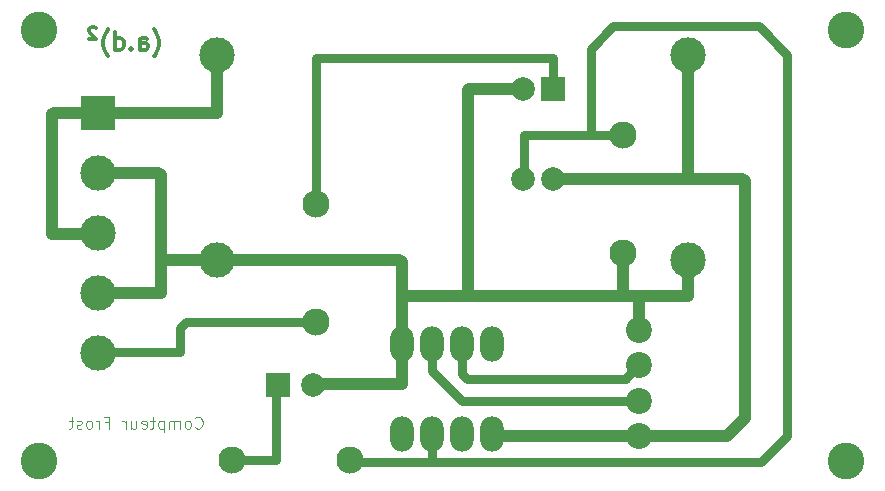
<source format=gbr>
%TF.GenerationSoftware,KiCad,Pcbnew,(5.1.8)-1*%
%TF.CreationDate,2022-05-10T07:33:37+02:00*%
%TF.ProjectId,Compteur_Frost_Attiny,436f6d70-7465-4757-925f-46726f73745f,rev?*%
%TF.SameCoordinates,PX6146580PY6146580*%
%TF.FileFunction,Copper,L2,Bot*%
%TF.FilePolarity,Positive*%
%FSLAX46Y46*%
G04 Gerber Fmt 4.6, Leading zero omitted, Abs format (unit mm)*
G04 Created by KiCad (PCBNEW (5.1.8)-1) date 2022-05-10 07:33:37*
%MOMM*%
%LPD*%
G01*
G04 APERTURE LIST*
%TA.AperFunction,NonConductor*%
%ADD10C,0.300000*%
%TD*%
%TA.AperFunction,NonConductor*%
%ADD11C,0.100000*%
%TD*%
%TA.AperFunction,ComponentPad*%
%ADD12R,2.000000X2.000000*%
%TD*%
%TA.AperFunction,ComponentPad*%
%ADD13C,2.000000*%
%TD*%
%TA.AperFunction,WasherPad*%
%ADD14C,3.100000*%
%TD*%
%TA.AperFunction,ComponentPad*%
%ADD15O,2.000000X3.000000*%
%TD*%
%TA.AperFunction,ComponentPad*%
%ADD16C,2.300000*%
%TD*%
%TA.AperFunction,ComponentPad*%
%ADD17C,2.200000*%
%TD*%
%TA.AperFunction,ComponentPad*%
%ADD18C,3.000000*%
%TD*%
%TA.AperFunction,ComponentPad*%
%ADD19R,3.000000X3.000000*%
%TD*%
%TA.AperFunction,Conductor*%
%ADD20C,0.800000*%
%TD*%
%TA.AperFunction,Conductor*%
%ADD21C,1.000000*%
%TD*%
G04 APERTURE END LIST*
D10*
X11900000Y37150000D02*
X11971428Y37221429D01*
X12114285Y37435715D01*
X12185714Y37578572D01*
X12257142Y37792858D01*
X12328571Y38150000D01*
X12328571Y38435715D01*
X12257142Y38792858D01*
X12185714Y39007143D01*
X12114285Y39150000D01*
X11971428Y39364286D01*
X11900000Y39435715D01*
X10685714Y37721429D02*
X10685714Y38507143D01*
X10757142Y38650000D01*
X10900000Y38721429D01*
X11185714Y38721429D01*
X11328571Y38650000D01*
X10685714Y37792858D02*
X10828571Y37721429D01*
X11185714Y37721429D01*
X11328571Y37792858D01*
X11400000Y37935715D01*
X11400000Y38078572D01*
X11328571Y38221429D01*
X11185714Y38292858D01*
X10828571Y38292858D01*
X10685714Y38364286D01*
X9971428Y37864286D02*
X9900000Y37792858D01*
X9971428Y37721429D01*
X10042857Y37792858D01*
X9971428Y37864286D01*
X9971428Y37721429D01*
X8614285Y37721429D02*
X8614285Y39221429D01*
X8614285Y37792858D02*
X8757142Y37721429D01*
X9042857Y37721429D01*
X9185714Y37792858D01*
X9257142Y37864286D01*
X9328571Y38007143D01*
X9328571Y38435715D01*
X9257142Y38578572D01*
X9185714Y38650000D01*
X9042857Y38721429D01*
X8757142Y38721429D01*
X8614285Y38650000D01*
X8042857Y37150000D02*
X7971428Y37221429D01*
X7828571Y37435715D01*
X7757142Y37578572D01*
X7685714Y37792858D01*
X7614285Y38150000D01*
X7614285Y38435715D01*
X7685714Y38792858D01*
X7757142Y39007143D01*
X7828571Y39150000D01*
X7971428Y39364286D01*
X8042857Y39435715D01*
X6971428Y39578572D02*
X6828571Y39650000D01*
X6614285Y39650000D01*
X6471428Y39578572D01*
X6400000Y39435715D01*
X6400000Y39292858D01*
X6471428Y39150000D01*
X6971428Y38650000D01*
X6400000Y38650000D01*
D11*
X15400000Y5742858D02*
X15447619Y5695239D01*
X15590476Y5647620D01*
X15685714Y5647620D01*
X15828571Y5695239D01*
X15923809Y5790477D01*
X15971428Y5885715D01*
X16019047Y6076191D01*
X16019047Y6219048D01*
X15971428Y6409524D01*
X15923809Y6504762D01*
X15828571Y6600000D01*
X15685714Y6647620D01*
X15590476Y6647620D01*
X15447619Y6600000D01*
X15400000Y6552381D01*
X14828571Y5647620D02*
X14923809Y5695239D01*
X14971428Y5742858D01*
X15019047Y5838096D01*
X15019047Y6123810D01*
X14971428Y6219048D01*
X14923809Y6266667D01*
X14828571Y6314286D01*
X14685714Y6314286D01*
X14590476Y6266667D01*
X14542857Y6219048D01*
X14495238Y6123810D01*
X14495238Y5838096D01*
X14542857Y5742858D01*
X14590476Y5695239D01*
X14685714Y5647620D01*
X14828571Y5647620D01*
X14066666Y5647620D02*
X14066666Y6314286D01*
X14066666Y6219048D02*
X14019047Y6266667D01*
X13923809Y6314286D01*
X13780952Y6314286D01*
X13685714Y6266667D01*
X13638095Y6171429D01*
X13638095Y5647620D01*
X13638095Y6171429D02*
X13590476Y6266667D01*
X13495238Y6314286D01*
X13352380Y6314286D01*
X13257142Y6266667D01*
X13209523Y6171429D01*
X13209523Y5647620D01*
X12733333Y6314286D02*
X12733333Y5314286D01*
X12733333Y6266667D02*
X12638095Y6314286D01*
X12447619Y6314286D01*
X12352380Y6266667D01*
X12304761Y6219048D01*
X12257142Y6123810D01*
X12257142Y5838096D01*
X12304761Y5742858D01*
X12352380Y5695239D01*
X12447619Y5647620D01*
X12638095Y5647620D01*
X12733333Y5695239D01*
X11971428Y6314286D02*
X11590476Y6314286D01*
X11828571Y6647620D02*
X11828571Y5790477D01*
X11780952Y5695239D01*
X11685714Y5647620D01*
X11590476Y5647620D01*
X10876190Y5695239D02*
X10971428Y5647620D01*
X11161904Y5647620D01*
X11257142Y5695239D01*
X11304761Y5790477D01*
X11304761Y6171429D01*
X11257142Y6266667D01*
X11161904Y6314286D01*
X10971428Y6314286D01*
X10876190Y6266667D01*
X10828571Y6171429D01*
X10828571Y6076191D01*
X11304761Y5980953D01*
X9971428Y6314286D02*
X9971428Y5647620D01*
X10400000Y6314286D02*
X10400000Y5790477D01*
X10352380Y5695239D01*
X10257142Y5647620D01*
X10114285Y5647620D01*
X10019047Y5695239D01*
X9971428Y5742858D01*
X9495238Y5647620D02*
X9495238Y6314286D01*
X9495238Y6123810D02*
X9447619Y6219048D01*
X9400000Y6266667D01*
X9304761Y6314286D01*
X9209523Y6314286D01*
X7780952Y6171429D02*
X8114285Y6171429D01*
X8114285Y5647620D02*
X8114285Y6647620D01*
X7638095Y6647620D01*
X7257142Y5647620D02*
X7257142Y6314286D01*
X7257142Y6123810D02*
X7209523Y6219048D01*
X7161904Y6266667D01*
X7066666Y6314286D01*
X6971428Y6314286D01*
X6495238Y5647620D02*
X6590476Y5695239D01*
X6638095Y5742858D01*
X6685714Y5838096D01*
X6685714Y6123810D01*
X6638095Y6219048D01*
X6590476Y6266667D01*
X6495238Y6314286D01*
X6352380Y6314286D01*
X6257142Y6266667D01*
X6209523Y6219048D01*
X6161904Y6123810D01*
X6161904Y5838096D01*
X6209523Y5742858D01*
X6257142Y5695239D01*
X6352380Y5647620D01*
X6495238Y5647620D01*
X5780952Y5695239D02*
X5685714Y5647620D01*
X5495238Y5647620D01*
X5400000Y5695239D01*
X5352380Y5790477D01*
X5352380Y5838096D01*
X5400000Y5933334D01*
X5495238Y5980953D01*
X5638095Y5980953D01*
X5733333Y6028572D01*
X5780952Y6123810D01*
X5780952Y6171429D01*
X5733333Y6266667D01*
X5638095Y6314286D01*
X5495238Y6314286D01*
X5400000Y6266667D01*
X5066666Y6314286D02*
X4685714Y6314286D01*
X4923809Y6647620D02*
X4923809Y5790477D01*
X4876190Y5695239D01*
X4780952Y5647620D01*
X4685714Y5647620D01*
D12*
%TO.P,D1,2*%
%TO.N,Net-(D1-Pad2)*%
X22400000Y9300000D03*
D13*
%TO.P,D1,1*%
%TO.N,GND*%
X25400000Y9300000D03*
%TD*%
D14*
%TO.P,E1,*%
%TO.N,*%
X70500000Y2900000D03*
X2200000Y2900000D03*
X2200000Y39400000D03*
X70500000Y39400000D03*
%TD*%
D15*
%TO.P,U103,1*%
%TO.N,N/C*%
X40510000Y12810000D03*
%TO.P,U103,2*%
%TO.N,TX*%
X37970000Y12810000D03*
%TO.P,U103,3*%
%TO.N,RX*%
X35430000Y12810000D03*
%TO.P,U103,4*%
%TO.N,GND*%
X32890000Y12810000D03*
%TO.P,U103,5*%
%TO.N,N/C*%
X32890000Y5190000D03*
%TO.P,U103,6*%
%TO.N,Net-(R2-Pad1)*%
X35430000Y5190000D03*
%TO.P,U103,7*%
%TO.N,N/C*%
X37970000Y5190000D03*
%TO.P,U103,8*%
%TO.N,+5V*%
X40510000Y5190000D03*
%TD*%
D16*
%TO.P,R3,1*%
%TO.N,Net-(R2-Pad1)*%
X28500000Y3000000D03*
%TO.P,R3,2*%
%TO.N,Net-(D1-Pad2)*%
X18500000Y3000000D03*
%TD*%
D17*
%TO.P,P104,1*%
%TO.N,+5V*%
X53000000Y5000000D03*
%TD*%
%TO.P,P102,1*%
%TO.N,RX*%
X53000000Y8000000D03*
%TD*%
%TO.P,P101,1*%
%TO.N,GND*%
X53000000Y14000000D03*
%TD*%
%TO.P,P103,1*%
%TO.N,TX*%
X53000000Y11000000D03*
%TD*%
D18*
%TO.P,J101,5*%
%TO.N,Net-(J101-Pad5)*%
X7200000Y12080000D03*
%TO.P,J101,4*%
%TO.N,GND*%
X7200000Y17160000D03*
%TO.P,J101,3*%
%TO.N,+24V*%
X7200000Y22240000D03*
%TO.P,J101,2*%
%TO.N,GND*%
X7200000Y27320000D03*
D19*
%TO.P,J101,1*%
%TO.N,+24V*%
X7200000Y32400000D03*
%TD*%
D18*
%TO.P,U101,2*%
%TO.N,GND*%
X17240000Y19926000D03*
%TO.P,U101,1*%
%TO.N,+24V*%
X17240000Y37300000D03*
%TO.P,U101,4*%
%TO.N,GND*%
X57100000Y19926000D03*
%TO.P,U101,3*%
%TO.N,+5V*%
X57100000Y37300000D03*
%TD*%
D16*
%TO.P,R2,1*%
%TO.N,Net-(R2-Pad1)*%
X51600000Y30500000D03*
%TO.P,R2,2*%
%TO.N,GND*%
X51600000Y20500000D03*
%TD*%
%TO.P,R101,2*%
%TO.N,Net-(J101-Pad5)*%
X25600000Y14700000D03*
%TO.P,R101,1*%
%TO.N,Net-(R101-Pad1)*%
X25600000Y24700000D03*
%TD*%
D12*
%TO.P,U102,1*%
%TO.N,Net-(R101-Pad1)*%
X45700000Y34400000D03*
D13*
%TO.P,U102,3*%
%TO.N,Net-(R2-Pad1)*%
X43160000Y26780000D03*
%TO.P,U102,2*%
%TO.N,GND*%
X43160000Y34400000D03*
%TO.P,U102,4*%
%TO.N,+5V*%
X45700000Y26780000D03*
%TD*%
D20*
%TO.N,*%
X32900000Y5180000D02*
X32890000Y5190000D01*
D21*
%TO.N,+24V*%
X7200000Y32400000D02*
X3400000Y32400000D01*
X3400000Y32400000D02*
X3300000Y32300000D01*
X3300000Y32300000D02*
X3300000Y22100000D01*
X7060000Y22100000D02*
X7200000Y22240000D01*
X3300000Y22100000D02*
X7060000Y22100000D01*
X7200000Y32400000D02*
X17200000Y32400000D01*
X17200000Y37260000D02*
X17240000Y37300000D01*
X17200000Y32400000D02*
X17200000Y37260000D01*
%TO.N,GND*%
X43100000Y34340000D02*
X43160000Y34400000D01*
X17200000Y19886000D02*
X17240000Y19926000D01*
X57100000Y16900000D02*
X57100000Y19926000D01*
X54300000Y16900000D02*
X57100000Y16900000D01*
X51600000Y17100000D02*
X51400000Y16900000D01*
X51600000Y20500000D02*
X51600000Y17100000D01*
X33100000Y16900000D02*
X38800000Y16900000D01*
X38800000Y16900000D02*
X38500000Y17200000D01*
X32890000Y12810000D02*
X32890000Y16690000D01*
X32890000Y19710000D02*
X32890000Y16690000D01*
X32674000Y19926000D02*
X32890000Y19710000D01*
X7140000Y17100000D02*
X7200000Y17160000D01*
X21826000Y19926000D02*
X32674000Y19926000D01*
X17240000Y19926000D02*
X21826000Y19926000D01*
X43160000Y34400000D02*
X38600000Y34400000D01*
X38500000Y34300000D02*
X38500000Y32900000D01*
X38600000Y34400000D02*
X38500000Y34300000D01*
X38500000Y32900000D02*
X38500000Y33200000D01*
X38500000Y17200000D02*
X38500000Y32900000D01*
X53000000Y14000000D02*
X53000000Y16600000D01*
X53300000Y16900000D02*
X54300000Y16900000D01*
X53000000Y16600000D02*
X53300000Y16900000D01*
X51400000Y16900000D02*
X53300000Y16900000D01*
X7200000Y17160000D02*
X12460000Y17160000D01*
X17114000Y19800000D02*
X17240000Y19926000D01*
X12460000Y27080000D02*
X12220000Y27320000D01*
X7200000Y27320000D02*
X12220000Y27320000D01*
X12826000Y19926000D02*
X12460000Y19560000D01*
X17240000Y19926000D02*
X12826000Y19926000D01*
X12460000Y19560000D02*
X12460000Y27080000D01*
X12460000Y17160000D02*
X12460000Y19560000D01*
X32900000Y12800000D02*
X32890000Y12810000D01*
X25200000Y9400000D02*
X32900000Y9400000D01*
X32890000Y9410000D02*
X32890000Y12810000D01*
X46800000Y16900000D02*
X51400000Y16900000D01*
X38800000Y16900000D02*
X46800000Y16900000D01*
%TO.N,+5V*%
X57180000Y37220000D02*
X57100000Y37300000D01*
X40700000Y5000000D02*
X40510000Y5190000D01*
X60400000Y5000000D02*
X53000000Y5000000D01*
X61900000Y6500000D02*
X60400000Y5000000D01*
X61900000Y26600000D02*
X61900000Y6500000D01*
X61720000Y26780000D02*
X61900000Y26600000D01*
X57100000Y26860000D02*
X57180000Y26780000D01*
X57100000Y37300000D02*
X57100000Y26860000D01*
X57180000Y26780000D02*
X61720000Y26780000D01*
X45700000Y26780000D02*
X57180000Y26780000D01*
X47500000Y5000000D02*
X40700000Y5000000D01*
X53000000Y5000000D02*
X47500000Y5000000D01*
D20*
%TO.N,RX*%
X35430000Y10510000D02*
X35430000Y12810000D01*
X37940000Y8000000D02*
X35430000Y10510000D01*
X37940000Y8000000D02*
X53000000Y8000000D01*
%TO.N,TX*%
X53000000Y11000000D02*
X51900001Y9900001D01*
X37970000Y10230000D02*
X37970000Y12810000D01*
X38400000Y9800000D02*
X37970000Y10230000D01*
X51900000Y9800000D02*
X38400000Y9800000D01*
%TO.N,Net-(R101-Pad1)*%
X25600000Y37000000D02*
X45700000Y37000000D01*
X45700000Y37000000D02*
X45700000Y34400000D01*
X25600000Y24700000D02*
X25600000Y37000000D01*
%TO.N,Net-(R2-Pad1)*%
X43160000Y27460000D02*
X43200000Y27500000D01*
X51600000Y30500000D02*
X49000000Y30500000D01*
X35400000Y5160000D02*
X35430000Y5190000D01*
X63300000Y2800000D02*
X35400000Y2800000D01*
X65500000Y5000000D02*
X63300000Y2800000D01*
X65500000Y37300000D02*
X65500000Y5000000D01*
X63100000Y39700000D02*
X65500000Y37300000D01*
X48900000Y37800000D02*
X50800000Y39700000D01*
X35400000Y2800000D02*
X35400000Y5160000D01*
X50800000Y39700000D02*
X63100000Y39700000D01*
X48900000Y30600000D02*
X48900000Y37800000D01*
X49000000Y30500000D02*
X48900000Y30600000D01*
X43200000Y30500000D02*
X45000000Y30500000D01*
X43200000Y26820000D02*
X43200000Y30500000D01*
X45000000Y30500000D02*
X49000000Y30500000D01*
X43160000Y26780000D02*
X43200000Y26820000D01*
X44200000Y30500000D02*
X45000000Y30500000D01*
X28700000Y2800000D02*
X28500000Y3000000D01*
X35400000Y2800000D02*
X28700000Y2800000D01*
%TO.N,Net-(J101-Pad5)*%
X25580000Y14680000D02*
X25600000Y14700000D01*
X25600000Y14700000D02*
X14600000Y14700000D01*
X14600000Y14700000D02*
X14100000Y14200000D01*
X14100000Y14200000D02*
X14100000Y12100000D01*
X7220000Y12100000D02*
X7200000Y12080000D01*
X14100000Y12100000D02*
X7220000Y12100000D01*
%TO.N,Net-(D1-Pad2)*%
X22200000Y9400000D02*
X22200000Y3000000D01*
X22200000Y3000000D02*
X18500000Y3000000D01*
%TD*%
M02*

</source>
